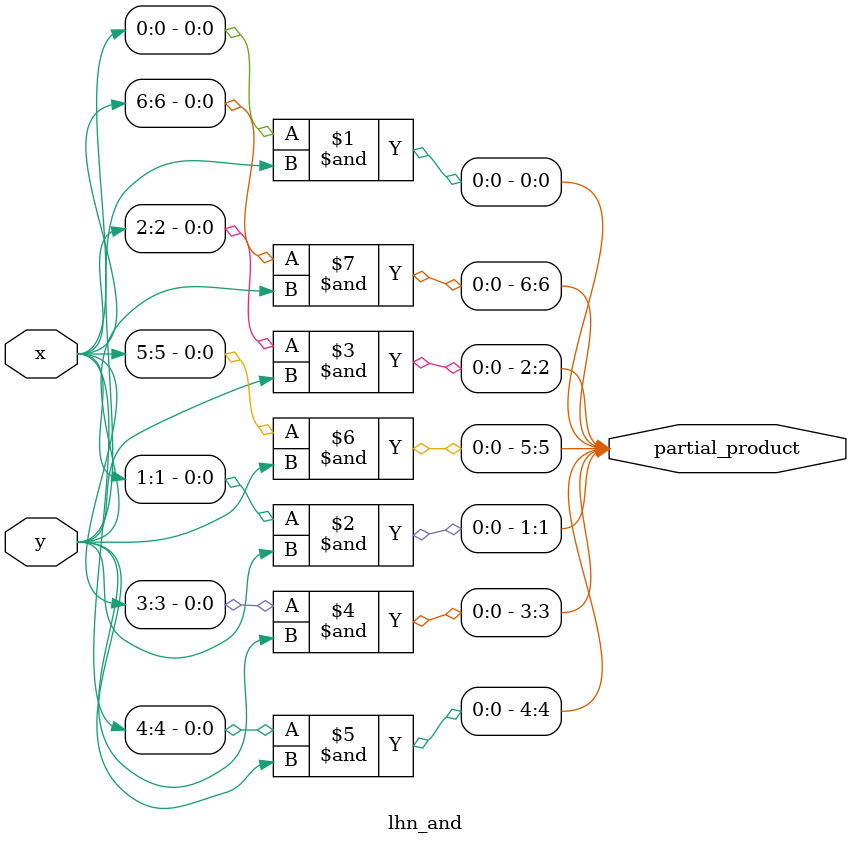
<source format=v>
module lhn_and (x, y, partial_product);
	input [6:0] x;
	input y;
	output [6:0] partial_product;
	
	assign partial_product={x[6]&y,x[5]&y,x[4]&y,x[3]&y,x[2]&y,x[1]&y,x[0]&y};
	
	endmodule 
</source>
